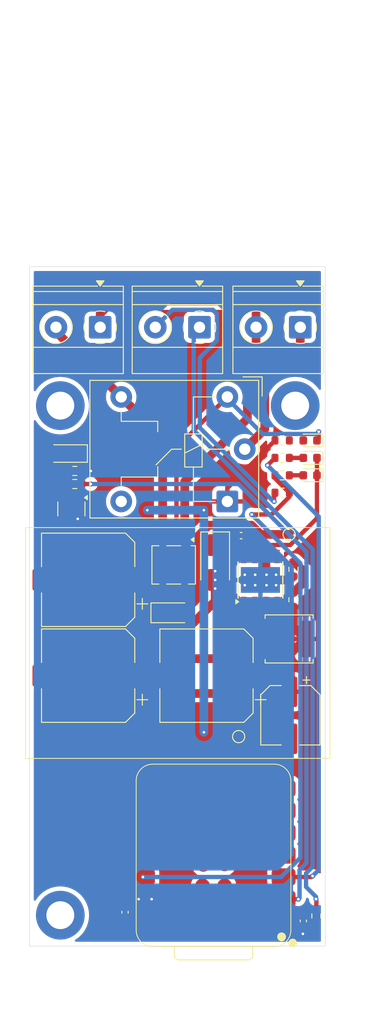
<source format=kicad_pcb>
(kicad_pcb (version 20241229) (generator "pcbnew") (generator_version "9.0")
  (layers (0 "F.Cu" signal) (2 "B.Cu" signal) (13 "F.Paste" user) (15 "B.Paste" user) (5 "F.SilkS" user "F.Silkscreen") (7 "B.SilkS" user "B.Silkscreen") (1 "F.Mask" user) (3 "B.Mask" user) (25 "Edge.Cuts" user))
  (net 0 "")
  (net 1 "GND")
  (net 2 "D0")
  (net 3 "Net-(D1-+)")
  (net 4 "Net-(D4-K)")
  (net 5 "Net-(U1-PH)")
  (net 6 "+5V")
  (net 7 "AC1")
  (net 8 "AC2")
  (net 9 "Net-(D2-A)")
  (net 10 "Net-(D2-K)")
  (net 11 "Net-(D5-A)")
  (net 12 "Net-(D6-A)")
  (net 16 "Net-(J3-Pin_1)")
  (net 17 "Net-(J2-Pin_2)")
  (net 19 "Net-(Q1-G)")
  (net 20 "+3V3")
  (net 21 "D1")
  (net 22 "Net-(U1-VSENSE)")
  (net 23 "D2")
  (net 24 "Net-(U1-VIN)")
  (footprint "Package_TO_SOT_SMD:SOT-23-3" (layer "F.Cu") (at 74.27 81.3625 -90)
    (property "Reference" "Q1" (hide yes))
    (property "Value" "NMOS")
    (pad "1" smd roundrect (at -1.1375 -0.95 270) (size 1.325 0.6) (layers "F.Cu" "F.Mask" "F.Paste") (net 10 "Net-(D2-K)"))
    (pad "2" smd roundrect (at -1.1375 0.95 270) (size 1.325 0.6) (layers "F.Cu" "F.Mask" "F.Paste") (net 19 "Net-(Q1-G)"))
    (pad "3" smd roundrect (at 1.1375 0 270) (size 1.325 0.6) (layers "F.Cu" "F.Mask" "F.Paste") (net 1 "GND"))
  )
  (footprint "Resistor_SMD:R_0603_1608Metric" (layer "F.Cu") (at 98.5 79.5 180)
    (property "Reference" "R2" (hide yes))
    (property "Value" "100R")
    (pad "1" smd roundrect (at -0.825 0 180) (size 0.8 0.95) (layers "F.Cu" "F.Mask" "F.Paste") (net 20 "+3V3"))
    (pad "2" smd roundrect (at 0.825 0 180) (size 0.8 0.95) (layers "F.Cu" "F.Mask" "F.Paste") (net 17 "Net-(J2-Pin_2)"))
  )
  (footprint "TestPoint:TestPoint_Pad_D1.0mm" (layer "F.Cu") (at 99.301437 84.286064 90)
    (property "Reference" "TP1" (hide yes))
    (property "Value" "Rectifier")
    (pad "1" smd circle (at 0 0 90) (size 1 1) (layers "F.Cu" "F.Mask") (net 24 "Net-(U1-VIN)"))
  )
  (footprint "Package_SO:TI_SO-PowerPAD-8_ThermalVias" (layer "F.Cu") (at 96.001437 89.516064 90)
    (property "Reference" "U1" (hide yes))
    (property "Value" "TPS5430DDA")
    (pad "1" smd rect (at -2.7 -1.905 90) (size 1.55 0.6) (layers "F.Cu" "F.Mask" "F.Paste") (net 4 "Net-(D4-K)"))
    (pad "2" smd rect (at -2.7 -0.635 90) (size 1.55 0.6) (layers "F.Cu" "F.Mask" "F.Paste"))
    (pad "3" smd rect (at -2.7 0.635 90) (size 1.55 0.6) (layers "F.Cu" "F.Mask" "F.Paste"))
    (pad "4" smd rect (at -2.7 1.905 90) (size 1.55 0.6) (layers "F.Cu" "F.Mask" "F.Paste") (net 22 "Net-(U1-VSENSE)"))
    (pad "5" smd rect (at 2.7 1.905 90) (size 1.55 0.6) (layers "F.Cu" "F.Mask" "F.Paste"))
    (pad "6" smd rect (at 2.7 0.635 90) (size 1.55 0.6) (layers "F.Cu" "F.Mask" "F.Paste") (net 1 "GND"))
    (pad "7" smd rect (at 2.7 -0.635 90) (size 1.55 0.6) (layers "F.Cu" "F.Mask" "F.Paste") (net 24 "Net-(U1-VIN)"))
    (pad "8" smd rect (at 2.7 -1.905 90) (size 1.55 0.6) (layers "F.Cu" "F.Mask" "F.Paste") (net 5 "Net-(U1-PH)"))
    (pad "9" thru_hole circle (at -0.6 -1.8 90) (size 0.6 0.6) (drill 0.3) (layers "*.Cu") (net 1 "GND"))
    (pad "9" thru_hole circle (at -0.6 -0.6 90) (size 0.6 0.6) (drill 0.3) (layers "*.Cu") (net 1 "GND"))
    (pad "9" thru_hole circle (at -0.6 0.7 90) (size 0.6 0.6) (drill 0.3) (layers "*.Cu") (net 1 "GND"))
    (pad "9" thru_hole circle (at -0.6 1.8 90) (size 0.6 0.6) (drill 0.3) (layers "*.Cu") (net 1 "GND"))
    (pad "9" smd rect (at 0 0 90) (size 2.6 3.1) (layers "F.Cu" "F.Mask" "F.Paste") (net 1 "GND"))
    (pad "9" smd rect (at 0 0 90) (size 2.95 4.5) (layers "F.Cu") (net 1 "GND"))
    (pad "9" smd rect (at 0 0 90) (size 2.95 4.5) (layers "B.Cu") (net 1 "GND"))
    (pad "9" thru_hole circle (at 0.6 -1.8 90) (size 0.6 0.6) (drill 0.3) (layers "*.Cu") (net 1 "GND"))
    (pad "9" thru_hole circle (at 0.6 -0.6 90) (size 0.6 0.6) (drill 0.3) (layers "*.Cu") (net 1 "GND"))
    (pad "9" thru_hole circle (at 0.6 0.7 90) (size 0.6 0.6) (drill 0.3) (layers "*.Cu") (net 1 "GND"))
    (pad "9" thru_hole circle (at 0.6 1.8 90) (size 0.6 0.6) (drill 0.3) (layers "*.Cu") (net 1 "GND"))
  )
  (footprint "LED_SMD:LED_0603_1608Metric" (layer "F.Cu") (at 101.7125 77.5 180)
    (property "Reference" "D6" (hide yes))
    (property "Value" "Red LED")
    (pad "1" smd roundrect (at -0.7875 0 180) (size 0.875 0.95) (layers "F.Cu" "F.Mask" "F.Paste") (net 1 "GND"))
    (pad "2" smd roundrect (at 0.7875 0 180) (size 0.875 0.95) (layers "F.Cu" "F.Mask" "F.Paste") (net 12 "Net-(D6-A)"))
  )
  (footprint "Diode_SMD:D_SOD-123F" (layer "F.Cu") (at 73.9 75 180)
    (property "Reference" "D3" (hide yes))
    (property "Value" "SM4007PL")
    (pad "1" smd roundrect (at -1.4 0 180) (size 1.1 1.1) (layers "F.Cu" "F.Mask" "F.Paste") (roundrect_rratio 0.2272727273) (net 6 "+5V"))
    (pad "2" smd roundrect (at 1.4 0 180) (size 1.1 1.1) (layers "F.Cu" "F.Mask" "F.Paste") (roundrect_rratio 0.2272727273) (net 10 "Net-(D2-K)"))
  )
  (footprint "Capacitor_SMD:CP_Elec_10x12.5" (layer "F.Cu") (at 89.801437 100.5 180)
    (property "Reference" "C4" (hide yes))
    (property "Value" "1000uF")
    (pad "1" smd roundrect (at -4.2 0 180) (size 4.4 2.5) (layers "F.Cu" "F.Mask" "F.Paste") (roundrect_rratio 0.1) (net 3 "Net-(D1-+)"))
    (pad "2" smd roundrect (at 4.2 0 180) (size 4.4 2.5) (layers "F.Cu" "F.Mask" "F.Paste") (roundrect_rratio 0.1) (net 1 "GND"))
  )
  (footprint "MountingHole:MountingHole_3.2mm_M3_DIN965_Pad" (layer "F.Cu") (at 73 128)
    (property "Reference" "H3" (hide yes))
    (property "Value" "MountingHole_Pad")
    (pad "1" thru_hole circle (at 0 0) (size 5.6 5.6) (drill 3.2) (layers "*.Cu" "*.Mask"))
  )
  (footprint "Diode_SMD:D_SMA" (layer "F.Cu") (at 90.801437 87.511064 -90)
    (property "Reference" "D4" (hide yes))
    (property "Value" "D")
    (pad "1" smd roundrect (at -2 0 270) (size 2.5 1.8) (layers "F.Cu" "F.Mask" "F.Paste") (roundrect_rratio 0.1388888889) (net 4 "Net-(D4-K)"))
    (pad "2" smd roundrect (at 2 0 270) (size 2.5 1.8) (layers "F.Cu" "F.Mask" "F.Paste") (roundrect_rratio 0.1388888889) (net 1 "GND"))
  )
  (footprint "Capacitor_SMD:C_0402_1005Metric" (layer "F.Cu") (at 100.936 128.66 -90)
    (property "Reference" "C1" (hide yes))
    (property "Value" "1uF")
    (pad "1" smd roundrect (at -0.48 0 270) (size 0.56 0.62) (layers "F.Cu" "F.Mask" "F.Paste") (net 2 "D0"))
    (pad "2" smd roundrect (at 0.48 0 270) (size 0.56 0.62) (layers "F.Cu" "F.Mask" "F.Paste") (net 1 "GND"))
  )
  (footprint "Resistor_SMD:R_0603_1608Metric" (layer "F.Cu") (at 98.5 77.5)
    (property "Reference" "R9" (hide yes))
    (property "Value" "200R")
    (pad "1" smd roundrect (at -0.825 0) (size 0.8 0.95) (layers "F.Cu" "F.Mask" "F.Paste") (net 20 "+3V3"))
    (pad "2" smd roundrect (at 0.825 0) (size 0.8 0.95) (layers "F.Cu" "F.Mask" "F.Paste") (net 12 "Net-(D6-A)"))
  )
  (footprint "Resistor_SMD:R_0603_1608Metric" (layer "F.Cu") (at 99.801437 91.786064 -90)
    (property "Reference" "R6" (hide yes))
    (property "Value" "10K")
    (pad "1" smd roundrect (at -0.825 0 270) (size 0.8 0.95) (layers "F.Cu" "F.Mask" "F.Paste") (net 22 "Net-(U1-VSENSE)"))
    (pad "2" smd roundrect (at 0.825 0 270) (size 0.8 0.95) (layers "F.Cu" "F.Mask" "F.Paste") (net 6 "+5V"))
  )
  (footprint "MountingHole:MountingHole_3.2mm_M3_DIN965_Pad" (layer "F.Cu") (at 73 69.5)
    (property "Reference" "H1" (hide yes))
    (property "Value" "MountingHole_Pad")
    (pad "1" thru_hole circle (at 0 0) (size 5.6 5.6) (drill 3.2) (layers "*.Cu" "*.Mask"))
  )
  (footprint "TerminalBlock_Phoenix:TerminalBlock_Phoenix_MKDS-1,5-2-5.08_1x02_P5.08mm_Horizontal" (layer "F.Cu") (at 100.58 60.5 180)
    (property "Reference" "J3" (hide yes))
    (property "Value" "Screw_Terminal_01x02")
    (pad "1" thru_hole roundrect (at 0 0 180) (size 2.6 2.6) (drill 1.3) (layers "*.Cu" "*.Mask") (roundrect_rratio 0.096154) (net 16 "Net-(J3-Pin_1)"))
    (pad "2" thru_hole circle (at 5.08 0 180) (size 2.6 2.6) (drill 1.3) (layers "*.Cu" "*.Mask") (net 7 "AC1"))
  )
  (footprint "Resistor_SMD:R_0603_1608Metric" (layer "F.Cu") (at 99.801437 88.286064 90)
    (property "Reference" "R7" (hide yes))
    (property "Value" "3.3K")
    (pad "1" smd roundrect (at -0.825 0 90) (size 0.8 0.95) (layers "F.Cu" "F.Mask" "F.Paste") (net 1 "GND"))
    (pad "2" smd roundrect (at 0.825 0 90) (size 0.8 0.95) (layers "F.Cu" "F.Mask" "F.Paste") (net 22 "Net-(U1-VSENSE)"))
  )
  (footprint "Inductor_SMD:L_Changjiang_FNR5040S" (layer "F.Cu") (at 99.301437 96.286064)
    (property "Reference" "L1" (hide yes))
    (property "Value" "15uH")
    (pad "1" smd roundrect (at -1.85 0) (size 1.4 4.2) (layers "F.Cu" "F.Mask" "F.Paste") (roundrect_rratio 0.178571) (net 4 "Net-(D4-K)"))
    (pad "2" smd roundrect (at 1.85 0) (size 1.4 4.2) (layers "F.Cu" "F.Mask" "F.Paste") (roundrect_rratio 0.178571) (net 6 "+5V"))
  )
  (footprint "Seeed Studio XIAO Series Library:XIAO-ESP32C6-SMD" (layer "F.Cu") (at 90.3834 121.1015 180)
    (property "Reference" "U2" (hide yes))
    (property "Value" "XIAO-ESP32-S3-SMD")
    (pad "1" smd roundrect (at -8.2816 -7.5985 180) (size 2.75 2) (layers "F.Cu" "F.Mask" "F.Paste") (net 2 "D0"))
    (pad "2" smd roundrect (at -8.2816 -5.0585 180) (size 2.75 2) (layers "F.Cu" "F.Mask" "F.Paste") (net 21 "D1"))
    (pad "3" smd roundrect (at -8.2816 -2.5185 180) (size 2.75 2) (layers "F.Cu" "F.Mask" "F.Paste") (net 23 "D2"))
    (pad "4" smd roundrect (at -8.2816 0.0215 180) (size 2.75 2) (layers "F.Cu" "F.Mask" "F.Paste"))
    (pad "5" smd roundrect (at -8.2816 2.5615 180) (size 2.75 2) (layers "F.Cu" "F.Mask" "F.Paste"))
    (pad "6" smd roundrect (at -8.2816 5.1015 180) (size 2.75 2) (layers "F.Cu" "F.Mask" "F.Paste"))
    (pad "7" smd roundrect (at -8.2816 7.6415 180) (size 2.75 2) (layers "F.Cu" "F.Mask" "F.Paste"))
    (pad "8" smd roundrect (at 7.8834 7.6415 180) (size 2.75 2) (layers "F.Cu" "F.Mask" "F.Paste"))
    (pad "9" smd roundrect (at 7.8834 5.1015 180) (size 2.75 2) (layers "F.Cu" "F.Mask" "F.Paste"))
    (pad "10" smd roundrect (at 7.8834 2.5615 180) (size 2.75 2) (layers "F.Cu" "F.Mask" "F.Paste"))
    (pad "11" smd roundrect (at 7.8834 0.0215 180) (size 2.75 2) (layers "F.Cu" "F.Mask" "F.Paste"))
    (pad "12" smd roundrect (at 7.8834 -2.5185 180) (size 2.75 2) (layers "F.Cu" "F.Mask" "F.Paste") (net 20 "+3V3"))
    (pad "13" smd roundrect (at 7.8834 -5.0585 180) (size 2.75 2) (layers "F.Cu" "F.Mask" "F.Paste") (net 1 "GND"))
    (pad "14" smd roundrect (at 7.8834 -7.5985 180) (size 2.75 2) (layers "F.Cu" "F.Mask" "F.Paste") (net 6 "+5V"))
    (pad "15" smd roundrect (at -2.008 5.5532 90) (size 2.5 1.1) (layers "F.Cu" "F.Mask" "F.Paste"))
    (pad "16" smd roundrect (at 0.532 5.5532 90) (size 2.5 1.1) (layers "F.Cu" "F.Mask" "F.Paste"))
    (pad "17" smd circle (at -1.5 -8.62 180) (size 1.7 1.7) (layers "F.Cu" "F.Mask" "F.Paste"))
    (pad "18" smd circle (at 1.04 -8.62 180) (size 1.7 1.7) (layers "F.Cu" "F.Mask" "F.Paste"))
    (pad "19" smd circle (at -1.5 -6.08 180) (size 1.7 1.7) (layers "F.Cu" "F.Mask" "F.Paste"))
    (pad "20" smd circle (at 1.04 -6.08 180) (size 1.7 1.7) (layers "F.Cu" "F.Mask" "F.Paste"))
    (pad "21" smd circle (at -1.5 -3.54 180) (size 1.7 1.7) (layers "F.Cu" "F.Mask" "F.Paste"))
    (pad "22" smd circle (at 1.04 -3.54 180) (size 1.7 1.7) (layers "F.Cu" "F.Mask" "F.Paste"))
    (pad "23" smd circle (at -1.5 -1 180) (size 1.7 1.7) (layers "F.Cu" "F.Mask" "F.Paste"))
    (pad "24" smd circle (at 0.9474 -1.0568 180) (size 1.7 1.7) (layers "F.Cu" "F.Mask" "F.Paste"))
  )
  (footprint "TestPoint:TestPoint_Pad_D1.0mm" (layer "F.Cu") (at 93.5 107.5 90)
    (property "Reference" "TP2" (hide yes))
    (property "Value" "5V")
    (pad "1" smd circle (at 0 0 90) (size 1 1) (layers "F.Cu" "F.Mask") (net 6 "+5V"))
  )
  (footprint "Resistor_SMD:R_0603_1608Metric" (layer "F.Cu") (at 98.5 73.5)
    (property "Reference" "R3" (hide yes))
    (property "Value" "470R")
    (pad "1" smd roundrect (at -0.825 0) (size 0.8 0.95) (layers "F.Cu" "F.Mask" "F.Paste") (net 6 "+5V"))
    (pad "2" smd roundrect (at 0.825 0) (size 0.8 0.95) (layers "F.Cu" "F.Mask" "F.Paste") (net 9 "Net-(D2-A)"))
  )
  (footprint "Capacitor_SMD:C_0402_1005Metric" (layer "F.Cu") (at 93.781437 84.426064 180)
    (property "Reference" "C5" (hide yes))
    (property "Value" "10nF")
    (pad "1" smd roundrect (at -0.48 0 180) (size 0.56 0.62) (layers "F.Cu" "F.Mask" "F.Paste") (net 5 "Net-(U1-PH)"))
    (pad "2" smd roundrect (at 0.48 0 180) (size 0.56 0.62) (layers "F.Cu" "F.Mask" "F.Paste") (net 4 "Net-(D4-K)"))
  )
  (footprint "LED_SMD:LED_0603_1608Metric" (layer "F.Cu") (at 101.7125 75.5 180)
    (property "Reference" "D5" (hide yes))
    (property "Value" "Red LED")
    (pad "1" smd roundrect (at -0.7875 0 180) (size 0.875 0.95) (layers "F.Cu" "F.Mask" "F.Paste") (net 1 "GND"))
    (pad "2" smd roundrect (at 0.7875 0 180) (size 0.875 0.95) (layers "F.Cu" "F.Mask" "F.Paste") (net 11 "Net-(D5-A)"))
  )
  (footprint "MountingHole:MountingHole_3.2mm_M3_DIN965_Pad" (layer "F.Cu") (at 100 69.5)
    (property "Reference" "H2" (hide yes))
    (property "Value" "MountingHole_Pad")
    (pad "1" thru_hole circle (at 0 0) (size 5.6 5.6) (drill 3.2) (layers "*.Cu" "*.Mask"))
  )
  (footprint "Resistor_SMD:R_0603_1608Metric" (layer "F.Cu") (at 102.436 128.09 -90)
    (property "Reference" "R1" (hide yes))
    (property "Value" "10K")
    (pad "1" smd roundrect (at -0.825 0 270) (size 0.8 0.95) (layers "F.Cu" "F.Mask" "F.Paste") (net 2 "D0"))
    (pad "2" smd roundrect (at 0.825 0 270) (size 0.8 0.95) (layers "F.Cu" "F.Mask" "F.Paste") (net 1 "GND"))
  )
  (footprint "LED_SMD:LED_0603_1608Metric" (layer "F.Cu") (at 101.7125 73.5 180)
    (property "Reference" "D2" (hide yes))
    (property "Value" "Red LED")
    (pad "1" smd roundrect (at -0.7875 0 180) (size 0.875 0.95) (layers "F.Cu" "F.Mask" "F.Paste") (net 10 "Net-(D2-K)"))
    (pad "2" smd roundrect (at 0.7875 0 180) (size 0.875 0.95) (layers "F.Cu" "F.Mask" "F.Paste") (net 9 "Net-(D2-A)"))
  )
  (footprint "TerminalBlock_Phoenix:TerminalBlock_Phoenix_MKDS-1,5-2-5.08_1x02_P5.08mm_Horizontal" (layer "F.Cu") (at 77.58 60.5 180)
    (property "Reference" "J1" (hide yes))
    (property "Value" "Screw_Terminal_01x02")
    (pad "1" thru_hole roundrect (at 0 0 180) (size 2.6 2.6) (drill 1.3) (layers "*.Cu" "*.Mask") (roundrect_rratio 0.096154) (net 7 "AC1"))
    (pad "2" thru_hole circle (at 5.08 0 180) (size 2.6 2.6) (drill 1.3) (layers "*.Cu" "*.Mask") (net 8 "AC2"))
  )
  (footprint "Capacitor_SMD:CP_Elec_10x12.5" (layer "F.Cu") (at 76.2 100.5 180)
    (property "Reference" "C3" (hide yes))
    (property "Value" "1000uF")
    (pad "1" smd roundrect (at -4.2 0 180) (size 4.4 2.5) (layers "F.Cu" "F.Mask" "F.Paste") (roundrect_rratio 0.1) (net 3 "Net-(D1-+)"))
    (pad "2" smd roundrect (at 4.2 0 180) (size 4.4 2.5) (layers "F.Cu" "F.Mask" "F.Paste") (roundrect_rratio 0.1) (net 1 "GND"))
  )
  (footprint "Package_TO_SOT_SMD:TO-269AA" (layer "F.Cu") (at 86.031437 87.786064 -90)
    (property "Reference" "D1" (hide yes))
    (property "Value" "RMB2S")
    (pad "1" smd roundrect (at -3.075 -1.27 270) (size 1 0.8) (layers "F.Cu" "F.Mask" "F.Paste") (net 7 "AC1"))
    (pad "2" smd roundrect (at -3.075 1.27 270) (size 1 0.8) (layers "F.Cu" "F.Mask" "F.Paste") (net 8 "AC2"))
    (pad "3" smd roundrect (at 3.075 1.27 270) (size 1 0.8) (layers "F.Cu" "F.Mask" "F.Paste") (net 3 "Net-(D1-+)"))
    (pad "4" smd roundrect (at 3.075 -1.27 270) (size 1 0.8) (layers "F.Cu" "F.Mask" "F.Paste") (net 1 "GND"))
  )
  (footprint "LED_SMD:LED_1206_3216Metric" (layer "F.Cu") (at 85.701437 93.286064)
    (property "Reference" "F1" (hide yes))
    (property "Value" "Fuse")
    (pad "1" smd roundrect (at -1.4 0) (size 1.25 1.75) (layers "F.Cu" "F.Mask" "F.Paste") (roundrect_rratio 0.2) (net 3 "Net-(D1-+)"))
    (pad "2" smd roundrect (at 1.4 0) (size 1.25 1.75) (layers "F.Cu" "F.Mask" "F.Paste") (roundrect_rratio 0.2) (net 24 "Net-(U1-VIN)"))
  )
  (footprint "Resistor_SMD:R_0603_1608Metric" (layer "F.Cu") (at 74.665 78.5)
    (property "Reference" "R4" (hide yes))
    (property "Value" "200R")
    (pad "1" smd roundrect (at -0.825 0) (size 0.8 0.95) (layers "F.Cu" "F.Mask" "F.Paste") (net 19 "Net-(Q1-G)"))
    (pad "2" smd roundrect (at 0.825 0) (size 0.8 0.95) (layers "F.Cu" "F.Mask" "F.Paste") (net 21 "D1"))
  )
  (footprint "Capacitor_SMD:C_0402_1005Metric" (layer "F.Cu") (at 80.436 127.66 90)
    (property "Reference" "C7" (hide yes))
    (property "Value" "1uF")
    (pad "1" smd roundrect (at -0.48 0 90) (size 0.56 0.62) (layers "F.Cu" "F.Mask" "F.Paste") (net 6 "+5V"))
    (pad "2" smd roundrect (at 0.48 0 90) (size 0.56 0.62) (layers "F.Cu" "F.Mask" "F.Paste") (net 1 "GND"))
  )
  (footprint "TerminalBlock_Phoenix:TerminalBlock_Phoenix_MKDS-1,5-2-5.08_1x02_P5.08mm_Horizontal" (layer "F.Cu") (at 89 60.5 180)
    (property "Reference" "J2" (hide yes))
    (property "Value" "Screw_Terminal_01x02")
    (pad "1" thru_hole roundrect (at 0 0 180) (size 2.6 2.6) (drill 1.3) (layers "*.Cu" "*.Mask") (roundrect_rratio 0.096154) (net 2 "D0"))
    (pad "2" thru_hole circle (at 5.08 0 180) (size 2.6 2.6) (drill 1.3) (layers "*.Cu" "*.Mask") (net 17 "Net-(J2-Pin_2)"))
  )
  (footprint "Resistor_SMD:R_0603_1608Metric" (layer "F.Cu") (at 98.5 75.5)
    (property "Reference" "R8" (hide yes))
    (property "Value" "200R")
    (pad "1" smd roundrect (at -0.825 0) (size 0.8 0.95) (layers "F.Cu" "F.Mask" "F.Paste") (net 23 "D2"))
    (pad "2" smd roundrect (at 0.825 0) (size 0.8 0.95) (layers "F.Cu" "F.Mask" "F.Paste") (net 11 "Net-(D5-A)"))
  )
  (footprint "Resistor_SMD:R_0603_1608Metric" (layer "F.Cu") (at 74.665 77)
    (property "Reference" "R5" (hide yes))
    (property "Value" "10K")
    (pad "1" smd roundrect (at -0.825 0) (size 0.8 0.95) (layers "F.Cu" "F.Mask" "F.Paste") (net 19 "Net-(Q1-G)"))
    (pad "2" smd roundrect (at 0.825 0) (size 0.8 0.95) (layers "F.Cu" "F.Mask" "F.Paste") (net 1 "GND"))
  )
  (footprint "Relay_THT:Relay_SPDT_Hongfa_JQC-3FF_0XX-1Z" (layer "F.Cu") (at 92.2 80.5 180)
    (property "Reference" "K1" (hide yes))
    (property "Value" "JQC-3FF-005-1Z")
    (pad "11" thru_hole circle (at -2 6 180) (size 2.5 2.5) (drill 1.3) (layers "*.Cu" "*.Mask") (net 16 "Net-(J3-Pin_1)"))
    (pad "12" thru_hole circle (at 12.2 0 180) (size 2.5 2.5) (drill 1.3) (layers "*.Cu" "*.Mask"))
    (pad "14" thru_hole circle (at 12.2 12 180) (size 2.5 2.5) (drill 1.3) (layers "*.Cu" "*.Mask") (net 8 "AC2"))
    (pad "A1" thru_hole roundrect (at 0 0 180) (size 2.5 2.5) (drill 1.3) (layers "*.Cu" "*.Mask") (roundrect_rratio 0.1) (net 6 "+5V"))
    (pad "A2" thru_hole circle (at 0 12 180) (size 2.5 2.5) (drill 1.3) (layers "*.Cu" "*.Mask") (net 10 "Net-(D2-K)"))
  )
  (footprint "Capacitor_SMD:CP_Elec_10x12.5" (layer "F.Cu") (at 76.2 89.5 180)
    (property "Reference" "C2" (hide yes))
    (property "Value" "1000uF")
    (pad "1" smd roundrect (at -4.2 0 180) (size 4.4 2.5) (layers "F.Cu" "F.Mask" "F.Paste") (roundrect_rratio 0.1) (net 3 "Net-(D1-+)"))
    (pad "2" smd roundrect (at 4.2 0 180) (size 4.4 2.5) (layers "F.Cu" "F.Mask" "F.Paste") (roundrect_rratio 0.1) (net 1 "GND"))
  )
  (footprint "Capacitor_SMD:CP_Elec_6.3x7.7" (layer "F.Cu") (at 99.451 105.049 -90)
    (property "Reference" "C6" (hide yes))
    (property "Value" "220uF")
    (pad "1" smd roundrect (at -2.7 0 270) (size 3.5 1.6) (layers "F.Cu" "F.Mask" "F.Paste") (roundrect_rratio 0.15625) (net 6 "+5V"))
    (pad "2" smd roundrect (at 2.7 0 270) (size 3.5 1.6) (layers "F.Cu" "F.Mask" "F.Paste") (roundrect_rratio 0.15625) (net 1 "GND"))
  )
  (gr_rect (start 69 83.5) (end 104 110) (stroke (width 0.1)) (fill no) (layer "F.SilkS"))
  (gr_rect (start 69.451 53.549) (end 103.451 131.549) (stroke (width 0.05)) (fill no) (layer "Edge.Cuts"))
  (segment (start 90.801437 90.5) (end 90.801437 89.511064) (width 1) (layer "F.Cu") (net 1))
  (segment (start 81.456 126.16) (end 80.436 127.18) (width 0.5) (layer "F.Cu") (net 1))
  (segment (start 97.245501 85.5) (end 96.636437 86.109064) (width 0.5) (layer "F.Cu") (net 1))
  (segment (start 75.286064 103.786064) (end 82.315373 103.786064) (width 1) (layer "F.Cu") (net 1))
  (segment (start 75.49 77) (end 76.5 77) (width 0.5) (layer "F.Cu") (net 1))
  (segment (start 96.636437 86.686064) (end 96.636437 88.721064) (width 1) (layer "F.Cu") (net 1))
  (segment (start 72 89.5) (end 73.951 87.549) (width 1) (layer "F.Cu") (net 1))
  (segment (start 85.775437 91.987064) (end 85.775437 94.311908) (width 1) (layer "F.Cu") (net 1))
  (segment (start 87.650437 102.549) (end 94.251 102.549) (width 1) (layer "F.Cu") (net 1))
  (segment (start 100.936 130.0889) (end 100.8834 130.1415) (width 0.5) (layer "F.Cu") (net 1))
  (segment (start 102.436 128.915) (end 101.161 128.915) (width 0.5) (layer "F.Cu") (net 1))
  (segment (start 85.775437 94.311908) (end 86.325593 94.862064) (width 1) (layer "F.Cu") (net 1))
  (segment (start 72 89.5) (end 72 100.5) (width 1) (layer "F.Cu") (net 1))
  (segment (start 102.5 75.5) (end 102.5 77.5) (width 0.5) (layer "F.Cu") (net 1))
  (segment (start 96.636437 86.109064) (end 96.636437 86.816064) (width 0.5) (layer "F.Cu") (net 1))
  (segment (start 87.877281 94.862064) (end 90.801437 91.937908) (width 1) (layer "F.Cu") (net 1))
  (segment (start 87.301437 90.861064) (end 86.901437 90.861064) (width 1) (layer "F.Cu") (net 1))
  (segment (start 100.936 129.14) (end 100.936 130.0889) (width 0.5) (layer "F.Cu") (net 1))
  (segment (start 94.251 102.549) (end 99.451 107.749) (width 1) (layer "F.Cu") (net 1))
  (segment (start 86.325593 94.862064) (end 87.877281 94.862064) (width 1) (layer "F.Cu") (net 1))
  (segment (start 102.5 82.432418) (end 99.432418 85.5) (width 0.5) (layer "F.Cu") (net 1))
  (segment (start 73.951 87.549) (end 83.989373 87.549) (width 1) (layer "F.Cu") (net 1))
  (segment (start 101.161 128.915) (end 100.936 129.14) (width 0.5) (layer "F.Cu") (net 1))
  (segment (start 82.315373 103.786064) (end 85.601437 100.5) (width 1) (layer "F.Cu") (net 1))
  (segment (start 83.989373 87.549) (end 87.301437 90.861064) (width 1) (layer "F.Cu") (net 1))
  (segment (start 99.432418 85.5) (end 97.245501 85.5) (width 0.5) (layer "F.Cu") (net 1))
  (segment (start 86.901437 90.861064) (end 85.775437 91.987064) (width 1) (layer "F.Cu") (net 1))
  (segment (start 96.636437 88.721064) (end 96.701437 88.786064) (width 1) (layer "F.Cu") (net 1))
  (segment (start 82.5 126.16) (end 82 126.16) (width 0.5) (layer "F.Cu") (net 1))
  (segment (start 82 126.16) (end 81.456 126.16) (width 0.5) (layer "F.Cu") (net 1))
  (segment (start 85.601437 100.5) (end 87.650437 102.549) (width 1) (layer "F.Cu") (net 1))
  (segment (start 99.371437 89.516064) (end 99.776437 89.111064) (width 1) (layer "F.Cu") (net 1))
  (segment (start 90.801437 91.937908) (end 90.801437 90.5) (width 1) (layer "F.Cu") (net 1))
  (segment (start 96.001437 89.516064) (end 99.371437 89.516064) (width 1) (layer "F.Cu") (net 1))
  (segment (start 74.27 82.5) (end 75 82.5) (width 0.5) (layer "F.Cu") (net 1))
  (segment (start 72 100.5) (end 75.286064 103.786064) (width 1) (layer "F.Cu") (net 1))
  (segment (start 102.5 77.5) (end 102.5 82.432418) (width 0.5) (layer "F.Cu") (net 1))
  (via (at 83.5 126.16) (size 0.6) (drill 0.3) (layers "F.Cu" "B.Cu") (net 1))
  (via (at 76.5 77) (size 0.6) (drill 0.3) (layers "F.Cu" "B.Cu") (net 1))
  (via (at 82 126.16) (size 0.6) (drill 0.3) (layers "F.Cu" "B.Cu") (net 1))
  (via (at 90.801437 90.5) (size 0.6) (drill 0.3) (layers "F.Cu" "B.Cu") (net 1))
  (via (at 100.8834 130.1415) (size 0.6) (drill 0.3) (layers "F.Cu" "B.Cu") (net 1))
  (via (at 90.801437 89.511064) (size 0.6) (drill 0.3) (layers "F.Cu" "B.Cu") (net 1))
  (via (at 75 82.5) (size 0.6) (drill 0.3) (layers "F.Cu" "B.Cu") (net 1))
  (via (at 90.801437 88.5) (size 0.6) (drill 0.3) (layers "F.Cu" "B.Cu") (net 1))
  (segment (start 98.665 128.7) (end 99.185 128.18) (width 0.5) (layer "F.Cu") (net 2))
  (segment (start 102.436 126.1941) (end 102.3834 126.1415) (width 0.5) (layer "F.Cu") (net 2))
  (segment (start 101.521 128.18) (end 102.436 127.265) (width 0.5) (layer "F.Cu") (net 2))
  (segment (start 102.436 127.265) (end 102.436 126.1941) (width 0.5) (layer "F.Cu") (net 2))
  (segment (start 99.185 128.18) (end 100.936 128.18) (width 0.5) (layer "F.Cu") (net 2))
  (segment (start 100.936 128.18) (end 101.521 128.18) (width 0.5) (layer "F.Cu") (net 2))
  (via (at 102.3834 126.1415) (size 0.6) (drill 0.3) (layers "F.Cu" "B.Cu") (net 2))
  (segment (start 102.3834 125.8834) (end 101.249 124.749) (width 0.5) (layer "B.Cu") (net 2))
  (segment (start 88.5 72.504318) (end 88.5 72.491364) (width 0.5) (layer "B.Cu") (net 2))
  (segment (start 101.249 123.188925) (end 102 122.437925) (width 0.5) (layer "B.Cu") (net 2))
  (segment (start 102 122) (end 101.999 121.999) (width 0.5) (layer "B.Cu") (net 2))
  (segment (start 101.999 121.999) (end 101.999 86.003318) (width 0.5) (layer "B.Cu") (net 2))
  (segment (start 101.999 86.003318) (end 88.5 72.504318) (width 0.5) (layer "B.Cu") (net 2))
  (segment (start 88.334 63.709636) (end 88.334 64.290364) (width 0.5) (layer "B.Cu") (net 2))
  (segment (start 102 122.437925) (end 102 122) (width 0.5) (layer "B.Cu") (net 2))
  (segment (start 88.5 72.491364) (end 88.334 72.325364) (width 0.5) (layer "B.Cu") (net 2))
  (segment (start 88.744636 60.4715) (end 88.5 60.716136) (width 0.5) (layer "B.Cu") (net 2))
  (segment (start 88.334 61.166) (end 89 60.5) (width 0.5) (layer "B.Cu") (net 2))
  (segment (start 102.3834 126.1415) (end 102.3834 125.8834) (width 0.5) (layer "B.Cu") (net 2))
  (segment (start 88.334 65.5) (end 88.334 61.166) (width 0.5) (layer "B.Cu") (net 2))
  (segment (start 88.334 64.290364) (end 88.334 65.5) (width 0.5) (layer "B.Cu") (net 2))
  (segment (start 88.334 72.325364) (end 88.334 65.5) (width 0.5) (layer "B.Cu") (net 2))
  (segment (start 101.249 124.749) (end 101.249 123.188925) (width 0.5) (layer "B.Cu") (net 2))
  (segment (start 83.400373 89.5) (end 84.761437 90.861064) (width 1) (layer "F.Cu") (net 3))
  (segment (start 80.4 100.5) (end 80.4 89.5) (width 1) (layer "F.Cu") (net 3))
  (segment (start 84.301437 91.321064) (end 84.301437 93.286064) (width 1) (layer "F.Cu") (net 3))
  (segment (start 92.050437 98.549) (end 82.351 98.549) (width 1) (layer "F.Cu") (net 3))
  (segment (start 80.4 89.5) (end 83.400373 89.5) (width 1) (layer "F.Cu") (net 3))
  (segment (start 82.351 98.549) (end 80.4 100.5) (width 1) (layer "F.Cu") (net 3))
  (segment (start 84.761437 90.861064) (end 84.301437 91.321064) (width 1) (layer "F.Cu") (net 3))
  (segment (start 94.001437 100.5) (end 92.050437 98.549) (width 1) (layer "F.Cu") (net 3))
  (segment (start 96.801437 96.286064) (end 97.451437 96.286064) (width 1) (layer "F.Cu") (net 4))
  (segment (start 90.801437 85.511064) (end 92.195437 85.511064) (width 1) (layer "F.Cu") (net 4))
  (segment (start 92.195437 85.511064) (end 93.280437 84.426064) (width 1) (layer "F.Cu") (net 4))
  (segment (start 93.574437 93.059064) (end 96.801437 96.286064) (width 1) (layer "F.Cu") (net 4))
  (segment (start 94.096437 92.086064) (end 93.574437 92.086064) (width 1) (layer "F.Cu") (net 4))
  (segment (start 93.574437 92.086064) (end 92.402437 90.914064) (width 1) (layer "F.Cu") (net 4))
  (segment (start 93.574437 92.086064) (end 93.574437 93.059064) (width 1) (layer "F.Cu") (net 4))
  (segment (start 92.402437 90.914064) (end 92.402437 87.112064) (width 1) (layer "F.Cu") (net 4))
  (segment (start 92.402437 87.112064) (end 90.801437 85.511064) (width 1) (layer "F.Cu") (net 4))
  (segment (start 94.096437 86.686064) (end 94.096437 85.479064) (width 1) (layer "F.Cu") (net 5))
  (segment (start 94.481436 85.094065) (end 94.481436 84.426064) (width 1) (layer "F.Cu") (net 5))
  (segment (start 94.096437 85.479064) (end 94.481436 85.094065) (width 1) (layer "F.Cu") (net 5))
  (segment (start 99.3 102.5) (end 99.451 102.349) (width 1) (layer "F.Cu") (net 6))
  (segment (start 92.2 78.975) (end 92.2 80.5) (width 0.5) (layer "F.Cu") (net 6))
  (segment (start 99.801437 92.611064) (end 99.801437 94.936064) (width 1) (layer "F.Cu") (net 6))
  (segment (start 97.675 73.5) (end 92.2 78.975) (width 0.5) (layer "F.Cu") (net 6))
  (segment (start 99.801437 94.936064) (end 101.151437 96.286064) (width 1) (layer "F.Cu") (net 6))
  (segment (start 99.451 102.349) (end 99.451 97.986501) (width 1) (layer "F.Cu") (net 6))
  (segment (start 99.451 97.986501) (end 101.151437 96.286064) (width 1) (layer "F.Cu") (net 6))
  (via (at 83 81.5) (size 0.6) (drill 0.3) (layers "F.Cu" "B.Cu") (net 6))
  (via (at 89.5 81.5) (size 0.6) (drill 0.3) (layers "F.Cu" "B.Cu") (net 6))
  (via (at 89.5 107) (size 0.6) (drill 0.3) (layers "F.Cu" "B.Cu") (net 6))
  (segment (start 89.5 81.5) (end 89.5 107) (width 1) (layer "B.Cu") (net 6))
  (segment (start 89.5 81.5) (end 83 81.5) (width 1) (layer "B.Cu") (net 6))
  (segment (start 87.301437 78.198563) (end 87.301437 84.711064) (width 1) (layer "F.Cu") (net 7))
  (segment (start 95.5 62.5) (end 94.5 63.5) (width 1) (layer "F.Cu") (net 7))
  (segment (start 95.5 60.5) (end 95.5 62.5) (width 1) (layer "F.Cu") (net 7))
  (segment (start 95.5 58.5) (end 95.5 60.5) (width 1) (layer "F.Cu") (net 7))
  (segment (start 77.58 58.92) (end 79 57.5) (width 1) (layer "F.Cu") (net 7))
  (segment (start 79 57.5) (end 94.5 57.5) (width 1) (layer "F.Cu") (net 7))
  (segment (start 94.5 57.5) (end 95.5 58.5) (width 1) (layer "F.Cu") (net 7))
  (segment (start 94.5 63.5) (end 94.5 71) (width 1) (layer "F.Cu") (net 7))
  (segment (start 77.58 60.5) (end 77.58 58.92) (width 1) (layer "F.Cu") (net 7))
  (segment (start 94.5 71) (end 87.301437 78.198563) (width 1) (layer "F.Cu") (net 7))
  (segment (start 84.761437 73.261437) (end 80 68.5) (width 1) (layer "F.Cu") (net 8))
  (segment (start 72.5 61) (end 72.5 60.5) (width 1) (layer "F.Cu") (net 8))
  (segment (start 84.761437 84.711064) (end 84.761437 73.261437) (width 1) (layer "F.Cu") (net 8))
  (segment (start 80 68.5) (end 72.5 61) (width 1) (layer "F.Cu") (net 8))
  (segment (start 72.5 75) (end 72.5 80.9216) (width 0.5) (layer "F.Cu") (net 10))
  (segment (start 74.1065 81.3385) (end 75.22 80.225) (width 0.5) (layer "F.Cu") (net 10))
  (segment (start 72.5 80.9216) (end 72.9169 81.3385) (width 0.5) (layer "F.Cu") (net 10))
  (segment (start 86.350437 74.349563) (end 92.2 68.5) (width 0.5) (layer "F.Cu") (net 10))
  (segment (start 85.236633 85.662064) (end 86.350437 84.54826) (width 0.5) (layer "F.Cu") (net 10))
  (segment (start 72.9169 81.3385) (end 74.1065 81.3385) (width 0.5) (layer "F.Cu") (net 10))
  (segment (start 80.657064 85.662064) (end 85.236633 85.662064) (width 0.5) (layer "F.Cu") (net 10))
  (segment (start 102.7 72.5) (end 102.7 73.3) (width 0.5) (layer "F.Cu") (net 10))
  (segment (start 102.7 73.3) (end 102.5 73.5) (width 0.5) (layer "F.Cu") (net 10))
  (segment (start 86.350437 84.54826) (end 86.350437 74.349563) (width 0.5) (layer "F.Cu") (net 10))
  (segment (start 75.22 80.225) (end 80.657064 85.662064) (width 0.5) (layer "F.Cu") (net 10))
  (via (at 102.7 72.5) (size 0.6) (drill 0.3) (layers "F.Cu" "B.Cu") (net 10))
  (segment (start 102.449 72.751) (end 102.7 72.5) (width 0.5) (layer "B.Cu") (net 10))
  (segment (start 92.2 68.7) (end 96.251 72.751) (width 0.5) (layer "B.Cu") (net 10))
  (segment (start 96.251 72.751) (end 102.449 72.751) (width 0.5) (layer "B.Cu") (net 10))
  (segment (start 92.2 68.5) (end 92.2 68.7) (width 0.5) (layer "B.Cu") (net 10))
  (segment (start 99.325 75.5) (end 100.925 75.5) (width 0.5) (layer "F.Cu") (net 11))
  (segment (start 99.325 77.5) (end 100.925 77.5) (width 0.5) (layer "F.Cu") (net 12))
  (segment (start 96.499 67.001) (end 96.499 72.201) (width 1) (layer "F.Cu") (net 16))
  (segment (start 100.58 60.5) (end 100.58 62.92) (width 1) (layer "F.Cu") (net 16))
  (segment (start 96.499 72.201) (end 94.2 74.5) (width 1) (layer "F.Cu") (net 16))
  (segment (start 100.58 62.92) (end 96.499 67.001) (width 1) (layer "F.Cu") (net 16))
  (segment (start 97.574 80.5) (end 97.574 79.601) (width 0.5) (layer "F.Cu") (net 17))
  (segment (start 97.574 79.601) (end 97.675 79.5) (width 0.5) (layer "F.Cu") (net 17))
  (via (at 97.574 80.5) (size 0.6) (drill 0.3) (layers "F.Cu" "B.Cu") (net 17))
  (segment (start 97.5 80.5) (end 89.035 72.035) (width 0.5) (layer "B.Cu") (net 17))
  (segment (start 90.549146 58.5) (end 85.8915 58.5) (width 0.5) (layer "B.Cu") (net 17))
  (segment (start 89.035 72.035) (end 89.035 64) (width 0.5) (layer "B.Cu") (net 17))
  (segment (start 89.035 64) (end 91 62.035) (width 0.5) (layer "B.Cu") (net 17))
  (segment (start 91 58.950854) (end 90.549146 58.5) (width 0.5) (layer "B.Cu") (net 17))
  (segment (start 85.8915 58.5) (end 83.92 60.4715) (width 0.5) (layer "B.Cu") (net 17))
  (segment (start 91 62.035) (end 91 58.950854) (width 0.5) (layer "B.Cu") (net 17))
  (segment (start 97.574 80.5) (end 97.5 80.5) (width 0.5) (layer "B.Cu") (net 17))
  (segment (start 73.32 80.225) (end 73.32 79.02) (width 0.5) (layer "F.Cu") (net 19))
  (segment (start 73.32 79.02) (end 73.84 78.5) (width 0.5) (layer "F.Cu") (net 19))
  (segment (start 73.84 78.5) (end 73.84 77) (width 0.5) (layer "F.Cu") (net 19))
  (segment (start 99.325 79.975) (end 97.3 82) (width 0.5) (layer "F.Cu") (net 20))
  (segment (start 97.675 77.85) (end 99.325 79.5) (width 0.5) (layer "F.Cu") (net 20))
  (segment (start 99.325 79.5) (end 99.325 79.975) (width 0.5) (layer "F.Cu") (net 20))
  (segment (start 97.3 82) (end 95 82) (width 0.5) (layer "F.Cu") (net 20))
  (segment (start 97.675 77.5) (end 97.675 77.85) (width 0.5) (layer "F.Cu") (net 20))
  (via (at 82.5 123.62) (size 0.6) (drill 0.3) (layers "F.Cu" "B.Cu") (net 20))
  (via (at 95 82) (size 0.6) (drill 0.3) (layers "F.Cu" "B.Cu") (net 20))
  (segment (start 98.38 123.62) (end 82.5 123.62) (width 0.5) (layer "B.Cu") (net 20))
  (segment (start 100.597 87.597) (end 100.597 121.403) (width 0.5) (layer "B.Cu") (net 20))
  (segment (start 100.597 121.403) (end 98.38 123.62) (width 0.5) (layer "B.Cu") (net 20))
  (segment (start 95 82) (end 100.597 87.597) (width 0.5) (layer "B.Cu") (net 20))
  (segment (start 76.5 78.5) (end 75.49 78.5) (width 0.5) (layer "F.Cu") (net 21))
  (segment (start 98.665 126.16) (end 100.3649 126.16) (width 0.5) (layer "F.Cu") (net 21))
  (via (at 76.5 78.5) (size 0.6) (drill 0.3) (layers "F.Cu" "B.Cu") (net 21))
  (via (at 100.3649 126.16) (size 0.6) (drill 0.3) (layers "F.Cu" "B.Cu") (net 21))
  (segment (start 100.5 126.0249) (end 100.5 122.798) (width 0.5) (layer "B.Cu") (net 21))
  (segment (start 101.298 122) (end 101.298 86.293682) (width 0.5) (layer "B.Cu") (net 21))
  (segment (start 93.504318 78.5) (end 76.5 78.5) (width 0.5) (layer "B.Cu") (net 21))
  (segment (start 101.298 86.293682) (end 93.504318 78.5) (width 0.5) (layer "B.Cu") (net 21))
  (segment (start 100.3649 126.16) (end 100.5 126.0249) (width 0.5) (layer "B.Cu") (net 21))
  (segment (start 100.5 122.798) (end 101.298 122) (width 0.5) (layer "B.Cu") (net 21))
  (segment (start 99.906185 87.461064) (end 100.977437 88.532316) (width 1) (layer "F.Cu") (net 22))
  (segment (start 97.906437 92.216064) (end 98.428437 92.216064) (width 1) (layer "F.Cu") (net 22))
  (segment (start 99.683437 90.961064) (end 99.801437 90.961064) (width 1) (layer "F.Cu") (net 22))
  (segment (start 99.801437 87.461064) (end 99.906185 87.461064) (width 1) (layer "F.Cu") (net 22))
  (segment (start 100.977437 88.532316) (end 100.977437 89.785064) (width 1) (layer "F.Cu") (net 22))
  (segment (start 100.977437 89.785064) (end 99.801437 90.961064) (width 1) (layer "F.Cu") (net 22))
  (segment (start 98.428437 92.216064) (end 99.683437 90.961064) (width 1) (layer "F.Cu") (net 22))
  (segment (start 98.665 123.62) (end 101.88 123.62) (width 0.5) (layer "F.Cu") (net 23))
  (segment (start 101.88 123.62) (end 102 123.5) (width 0.5) (layer "F.Cu") (net 23))
  (segment (start 96.823 76.352) (end 97.675 75.5) (width 0.5) (layer "F.Cu") (net 23))
  (via (at 102 123.5) (size 0.6) (drill 0.3) (layers "F.Cu" "B.Cu") (net 23))
  (via (at 96.823 76.352) (size 0.6) (drill 0.3) (layers "F.Cu" "B.Cu") (net 23))
  (segment (start 102.7 82.229) (end 96.823 76.352) (width 0.5) (layer "B.Cu") (net 23))
  (segment (start 102.7 122.8) (end 102.7 82.229) (width 0.5) (layer "B.Cu") (net 23))
  (segment (start 102 123.5) (end 102.7 122.8) (width 0.5) (layer "B.Cu") (net 23))
  (segment (start 95.682436 83.928594) (end 96.039906 84.286064) (width 1) (layer "F.Cu") (net 24))
  (segment (start 96.039906 84.286064) (end 99.301437 84.286064) (width 1) (layer "F.Cu") (net 24))
  (segment (start 88.502436 91.885065) (end 88.502436 84.808221) (width 1) (layer "F.Cu") (net 24))
  (segment (start 94.978906 83.225064) (end 95.682436 83.928594) (width 1) (layer "F.Cu") (net 24))
  (segment (start 95.682436 83.928594) (end 95.682435 85.591536) (width 1) (layer "F.Cu") (net 24))
  (segment (start 95.682435 85.591536) (end 95.366437 85.907534) (width 1) (layer "F.Cu") (net 24))
  (segment (start 90.085592 83.225065) (end 94.978906 83.225064) (width 1) (layer "F.Cu") (net 24))
  (segment (start 88.502436 84.808221) (end 90.085592 83.225065) (width 1) (layer "F.Cu") (net 24))
  (segment (start 87.101437 93.286064) (end 88.502436 91.885065) (width 1) (layer "F.Cu") (net 24))
  (segment (start 95.366437 85.907534) (end 95.366437 86.686064) (width 1) (layer "F.Cu") (net 24))
  (zone (net 6) (net_name "+5V") (layer "F.Cu") (connect_pads (clearance 0.5)) (min_thickness 0.25) (fill yes (thermal_gap 0.5) (thermal_bridge_width 0.5))
    (polygon (pts (xy 68 54) (xy 68 140) (xy 106 140) (xy 105 54)))
  )
  (zone (net 1) (net_name "GND") (layer "B.Cu") (priority 1) (connect_pads (clearance 0.5)) (min_thickness 0.25) (fill yes (thermal_gap 0.5) (thermal_bridge_width 0.5))
    (polygon (pts (xy 67.5 53.5) (xy 67.5 140.5) (xy 106.5 140.5) (xy 105.5 53.5)))
  )
)
</source>
